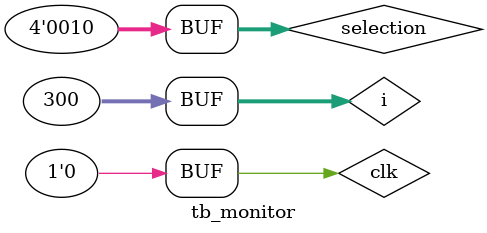
<source format=v>
`timescale 1ns / 1ps


module tb_monitor(

    );
    
    reg clk;
    reg [3:0] selection;
    integer i;
    wire batch_done;
    
    initial
    begin
        i = 0;
        clk = 0;
        selection = 0;
                
        for(i = 0; i < 300; i = i + 1)
        begin
            selection = i%9;
            clk = !clk;
            #5;
        end
        
    end
    
    batch_monitor tb_batch (.clk(clk), .selection(selection), .batch_done(batch_done));
    
endmodule

</source>
